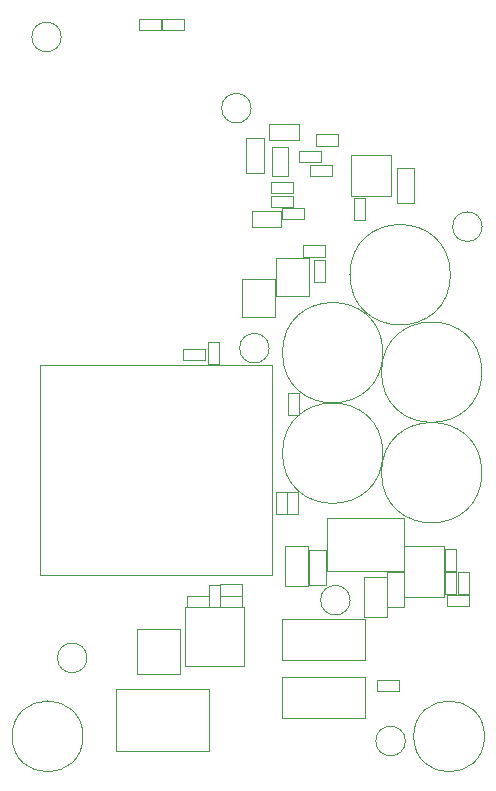
<source format=gbr>
G04 #@! TF.GenerationSoftware,KiCad,Pcbnew,(5.1.5)-3*
G04 #@! TF.CreationDate,2020-06-30T19:55:35+10:00*
G04 #@! TF.ProjectId,cicada-2g,63696361-6461-42d3-9267-2e6b69636164,0.1*
G04 #@! TF.SameCoordinates,PX7cee6c0PY3dfd240*
G04 #@! TF.FileFunction,Other,User*
%FSLAX46Y46*%
G04 Gerber Fmt 4.6, Leading zero omitted, Abs format (unit mm)*
G04 Created by KiCad (PCBNEW (5.1.5)-3) date 2020-06-30 19:55:35*
%MOMM*%
%LPD*%
G04 APERTURE LIST*
%ADD10C,0.050000*%
G04 APERTURE END LIST*
D10*
X13290000Y-57390000D02*
G75*
G03X13290000Y-57390000I-1250000J0D01*
G01*
X-13660000Y-50350000D02*
G75*
G03X-13660000Y-50350000I-1250000J0D01*
G01*
X-15840000Y2220000D02*
G75*
G03X-15840000Y2220000I-1250000J0D01*
G01*
X5189000Y-8623200D02*
X7049000Y-8623200D01*
X5189000Y-9563200D02*
X5189000Y-8623200D01*
X7049000Y-9563200D02*
X5189000Y-9563200D01*
X7049000Y-8623200D02*
X7049000Y-9563200D01*
X-11200000Y-53000000D02*
X-3300000Y-53000000D01*
X-3300000Y-53000000D02*
X-3300000Y-58200000D01*
X-3300000Y-58200000D02*
X-11200000Y-58200000D01*
X-11200000Y-58200000D02*
X-11200000Y-53000000D01*
X-400000Y-51070000D02*
X-400000Y-46070000D01*
X-400000Y-46070000D02*
X-5400000Y-46070000D01*
X-5400000Y-46070000D02*
X-5400000Y-51070000D01*
X-5400000Y-51070000D02*
X-400000Y-51070000D01*
X6656000Y-43017000D02*
X13156000Y-43017000D01*
X6656000Y-38517000D02*
X6656000Y-43017000D01*
X13156000Y-38517000D02*
X6656000Y-38517000D01*
X13156000Y-43017000D02*
X13156000Y-38517000D01*
X8928000Y-13249000D02*
X8928000Y-11389000D01*
X9868000Y-13249000D02*
X8928000Y-13249000D01*
X9868000Y-11389000D02*
X9868000Y-13249000D01*
X8928000Y-11389000D02*
X9868000Y-11389000D01*
X4280000Y-27899000D02*
X4280000Y-29759000D01*
X3340000Y-27899000D02*
X4280000Y-27899000D01*
X3340000Y-29759000D02*
X3340000Y-27899000D01*
X4280000Y-29759000D02*
X3340000Y-29759000D01*
X19792000Y-13843000D02*
G75*
G03X19792000Y-13843000I-1250000J0D01*
G01*
X20000000Y-57000000D02*
G75*
G03X20000000Y-57000000I-3000000J0D01*
G01*
X-14000000Y-57000000D02*
G75*
G03X-14000000Y-57000000I-3000000J0D01*
G01*
X4220000Y-36270000D02*
X4220000Y-38130000D01*
X3280000Y-36270000D02*
X4220000Y-36270000D01*
X3280000Y-38130000D02*
X3280000Y-36270000D01*
X4220000Y-38130000D02*
X3280000Y-38130000D01*
X3270000Y-36270000D02*
X3270000Y-38130000D01*
X2330000Y-36270000D02*
X3270000Y-36270000D01*
X2330000Y-38130000D02*
X2330000Y-36270000D01*
X3270000Y-38130000D02*
X2330000Y-38130000D01*
X-565000Y-46070000D02*
X-2425000Y-46070000D01*
X-565000Y-45130000D02*
X-565000Y-46070000D01*
X-2425000Y-45130000D02*
X-565000Y-45130000D01*
X-2425000Y-46070000D02*
X-2425000Y-45130000D01*
X-565000Y-45070000D02*
X-2425000Y-45070000D01*
X-565000Y-44130000D02*
X-565000Y-45070000D01*
X-2425000Y-44130000D02*
X-565000Y-44130000D01*
X-2425000Y-45070000D02*
X-2425000Y-44130000D01*
X-2430000Y-44190000D02*
X-2430000Y-46050000D01*
X-3370000Y-44190000D02*
X-2430000Y-44190000D01*
X-3370000Y-46050000D02*
X-3370000Y-44190000D01*
X-2430000Y-46050000D02*
X-3370000Y-46050000D01*
X2025000Y-25525000D02*
X2025000Y-43325000D01*
X2025000Y-43325000D02*
X-17675000Y-43325000D01*
X-17675000Y-25525000D02*
X-17675000Y-43325000D01*
X2025000Y-25525000D02*
X-17675000Y-25525000D01*
X9850000Y-47050000D02*
X9850000Y-50550000D01*
X2850000Y-47050000D02*
X9850000Y-47050000D01*
X2850000Y-50550000D02*
X2850000Y-47050000D01*
X9850000Y-50550000D02*
X2850000Y-50550000D01*
X16680000Y-44905000D02*
X16680000Y-43045000D01*
X17620000Y-44905000D02*
X16680000Y-44905000D01*
X17620000Y-43045000D02*
X17620000Y-44905000D01*
X16680000Y-43045000D02*
X17620000Y-43045000D01*
X16680000Y-43005000D02*
X16680000Y-41145000D01*
X17620000Y-43005000D02*
X16680000Y-43005000D01*
X17620000Y-41145000D02*
X17620000Y-43005000D01*
X16680000Y-41145000D02*
X17620000Y-41145000D01*
X18667246Y-43045000D02*
X18667246Y-44905000D01*
X17727246Y-43045000D02*
X18667246Y-43045000D01*
X17727246Y-44905000D02*
X17727246Y-43045000D01*
X18667246Y-44905000D02*
X17727246Y-44905000D01*
X1887000Y-11214000D02*
X3747000Y-11214000D01*
X1887000Y-12154000D02*
X1887000Y-11214000D01*
X3747000Y-12154000D02*
X1887000Y-12154000D01*
X3747000Y-11214000D02*
X3747000Y-12154000D01*
X1887000Y-10045600D02*
X3747000Y-10045600D01*
X1887000Y-10985600D02*
X1887000Y-10045600D01*
X3747000Y-10985600D02*
X1887000Y-10985600D01*
X3747000Y-10045600D02*
X3747000Y-10985600D01*
X4279400Y-7404000D02*
X6139400Y-7404000D01*
X4279400Y-8344000D02*
X4279400Y-7404000D01*
X6139400Y-8344000D02*
X4279400Y-8344000D01*
X6139400Y-7404000D02*
X6139400Y-8344000D01*
X-5443000Y2832000D02*
X-7303000Y2832000D01*
X-5443000Y3772000D02*
X-5443000Y2832000D01*
X-7303000Y3772000D02*
X-5443000Y3772000D01*
X-7303000Y2832000D02*
X-7303000Y3772000D01*
X-9289000Y3772000D02*
X-7429000Y3772000D01*
X-9289000Y2832000D02*
X-9289000Y3772000D01*
X-7429000Y2832000D02*
X-9289000Y2832000D01*
X-7429000Y3772000D02*
X-7429000Y2832000D01*
X13197250Y-45213971D02*
X13197250Y-40873971D01*
X13197250Y-45213971D02*
X16597250Y-45213971D01*
X16597250Y-40873971D02*
X13197250Y-40873971D01*
X16597250Y-40873971D02*
X16597250Y-45213971D01*
X-9400000Y-51700000D02*
X-5800000Y-51700000D01*
X-5800000Y-51700000D02*
X-5800000Y-47900000D01*
X-5800000Y-47900000D02*
X-9400000Y-47900000D01*
X-9400000Y-47900000D02*
X-9400000Y-51700000D01*
X-5230000Y-45130000D02*
X-3370000Y-45130000D01*
X-5230000Y-46070000D02*
X-5230000Y-45130000D01*
X-3370000Y-46070000D02*
X-5230000Y-46070000D01*
X-3370000Y-45130000D02*
X-3370000Y-46070000D01*
X12605000Y-11868500D02*
X12605000Y-8908500D01*
X14065000Y-11868500D02*
X12605000Y-11868500D01*
X14065000Y-8908500D02*
X14065000Y-11868500D01*
X12605000Y-8908500D02*
X14065000Y-8908500D01*
X285200Y-12508000D02*
X2785200Y-12508000D01*
X2785200Y-12508000D02*
X2785200Y-13908000D01*
X2785200Y-13908000D02*
X285200Y-13908000D01*
X285200Y-13908000D02*
X285200Y-12508000D01*
X3392400Y-7070000D02*
X3392400Y-9570000D01*
X3392400Y-9570000D02*
X1992400Y-9570000D01*
X1992400Y-9570000D02*
X1992400Y-7070000D01*
X1992400Y-7070000D02*
X3392400Y-7070000D01*
X1758400Y-5142000D02*
X4258400Y-5142000D01*
X4258400Y-5142000D02*
X4258400Y-6542000D01*
X4258400Y-6542000D02*
X1758400Y-6542000D01*
X1758400Y-6542000D02*
X1758400Y-5142000D01*
X5014000Y-40865000D02*
X5014000Y-44225000D01*
X3114000Y-40865000D02*
X5014000Y-40865000D01*
X3114000Y-44225000D02*
X3114000Y-40865000D01*
X5014000Y-44225000D02*
X3114000Y-44225000D01*
X5112000Y-44177500D02*
X5112000Y-41217500D01*
X6572000Y-44177500D02*
X5112000Y-44177500D01*
X6572000Y-41217500D02*
X6572000Y-44177500D01*
X5112000Y-41217500D02*
X6572000Y-41217500D01*
X16820000Y-45005000D02*
X18680000Y-45005000D01*
X16820000Y-45945000D02*
X16820000Y-45005000D01*
X18680000Y-45945000D02*
X16820000Y-45945000D01*
X18680000Y-45005000D02*
X18680000Y-45945000D01*
X9800000Y-46855000D02*
X9800000Y-43495000D01*
X11700000Y-46855000D02*
X9800000Y-46855000D01*
X11700000Y-43495000D02*
X11700000Y-46855000D01*
X9800000Y-43495000D02*
X11700000Y-43495000D01*
X13180000Y-43082500D02*
X13180000Y-46042500D01*
X11720000Y-43082500D02*
X13180000Y-43082500D01*
X11720000Y-46042500D02*
X11720000Y-43082500D01*
X13180000Y-46042500D02*
X11720000Y-46042500D01*
X2855000Y-12280800D02*
X4715000Y-12280800D01*
X2855000Y-13220800D02*
X2855000Y-12280800D01*
X4715000Y-13220800D02*
X2855000Y-13220800D01*
X4715000Y-12280800D02*
X4715000Y-13220800D01*
X5697000Y-6032400D02*
X7557000Y-6032400D01*
X5697000Y-6972400D02*
X5697000Y-6032400D01*
X7557000Y-6972400D02*
X5697000Y-6972400D01*
X7557000Y-6032400D02*
X7557000Y-6972400D01*
X1288800Y-6317900D02*
X1288800Y-9277900D01*
X-171200Y-6317900D02*
X1288800Y-6317900D01*
X-171200Y-9277900D02*
X-171200Y-6317900D01*
X1288800Y-9277900D02*
X-171200Y-9277900D01*
X19772000Y-34671000D02*
G75*
G03X19772000Y-34671000I-4250000J0D01*
G01*
X-5502000Y-24168000D02*
X-3642000Y-24168000D01*
X-5502000Y-25108000D02*
X-5502000Y-24168000D01*
X-3642000Y-25108000D02*
X-5502000Y-25108000D01*
X-3642000Y-24168000D02*
X-3642000Y-25108000D01*
X5524400Y-18483800D02*
X5524400Y-16623800D01*
X6464400Y-18483800D02*
X5524400Y-18483800D01*
X6464400Y-16623800D02*
X6464400Y-18483800D01*
X5524400Y-16623800D02*
X6464400Y-16623800D01*
X19772000Y-26162000D02*
G75*
G03X19772000Y-26162000I-4250000J0D01*
G01*
X11390000Y-33020000D02*
G75*
G03X11390000Y-33020000I-4250000J0D01*
G01*
X17105000Y-17907000D02*
G75*
G03X17105000Y-17907000I-4250000J0D01*
G01*
X11390000Y-24511000D02*
G75*
G03X11390000Y-24511000I-4250000J0D01*
G01*
X9850000Y-51971000D02*
X9850000Y-55471000D01*
X2850000Y-51971000D02*
X9850000Y-51971000D01*
X2850000Y-55471000D02*
X2850000Y-51971000D01*
X9850000Y-55471000D02*
X2850000Y-55471000D01*
X8714000Y-11275000D02*
X8714000Y-7775000D01*
X12114000Y-11275000D02*
X8714000Y-11275000D01*
X12114000Y-7775000D02*
X12114000Y-11275000D01*
X8714000Y-7775000D02*
X12114000Y-7775000D01*
X-3391000Y-25441000D02*
X-3391000Y-23581000D01*
X-2451000Y-25441000D02*
X-3391000Y-25441000D01*
X-2451000Y-23581000D02*
X-2451000Y-25441000D01*
X-3391000Y-23581000D02*
X-2451000Y-23581000D01*
X4635000Y-15430400D02*
X6495000Y-15430400D01*
X4635000Y-16370400D02*
X4635000Y-15430400D01*
X6495000Y-16370400D02*
X4635000Y-16370400D01*
X6495000Y-15430400D02*
X6495000Y-16370400D01*
X10858000Y-52235000D02*
X12718000Y-52235000D01*
X10858000Y-53175000D02*
X10858000Y-52235000D01*
X12718000Y-53175000D02*
X10858000Y-53175000D01*
X12718000Y-52235000D02*
X12718000Y-53175000D01*
X1758000Y-24130000D02*
G75*
G03X1758000Y-24130000I-1250000J0D01*
G01*
X234000Y-3810000D02*
G75*
G03X234000Y-3810000I-1250000J0D01*
G01*
X8616000Y-45466000D02*
G75*
G03X8616000Y-45466000I-1250000J0D01*
G01*
X5118800Y-19700000D02*
X5118800Y-16500000D01*
X2318800Y-19700000D02*
X2318800Y-16500000D01*
X2318800Y-19700000D02*
X5118800Y-19700000D01*
X5118800Y-16500000D02*
X2318800Y-16500000D01*
X-576800Y-18262800D02*
X-576800Y-21462800D01*
X2223200Y-18262800D02*
X2223200Y-21462800D01*
X2223200Y-18262800D02*
X-576800Y-18262800D01*
X-576800Y-21462800D02*
X2223200Y-21462800D01*
M02*

</source>
